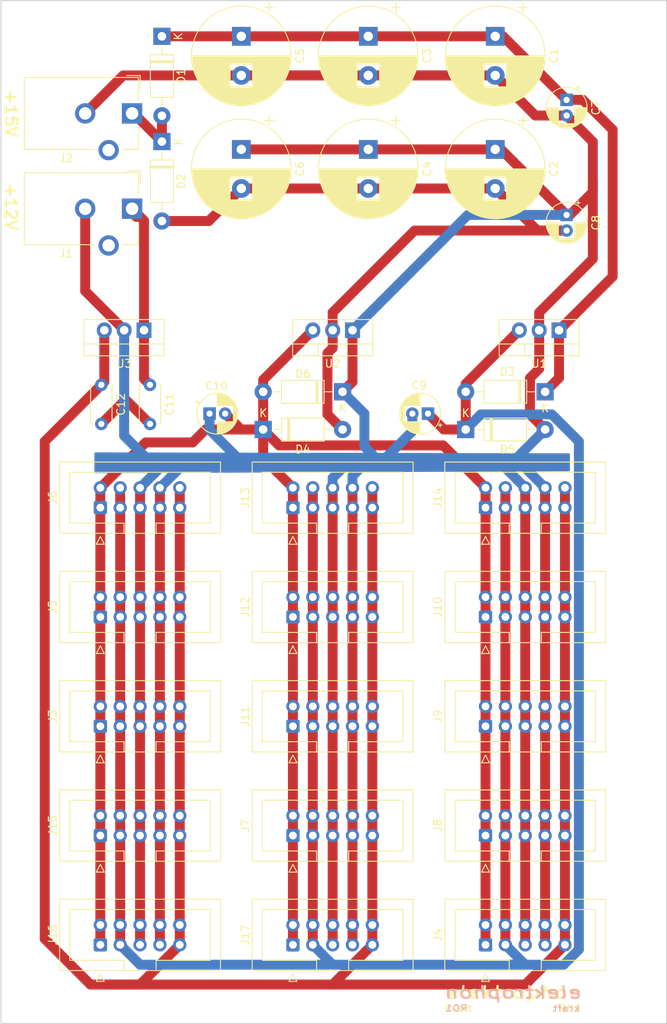
<source format=kicad_pcb>
(kicad_pcb (version 20221018) (generator pcbnew)
  (title_block (title "kraft") (date "2021-05-15") (rev "R01") (comment 1 "main circuit") (comment 2 "Wall Wart Power Supply (+15V/-15V/5V)") (comment 4 "License CC BY 4.0 - Attribution 4.0 International"))
  (layers (0 "F.Cu" signal) (31 "B.Cu" signal) (34 "B.Paste" user) (35 "F.Paste" user) (36 "B.SilkS" user "B.Silkscreen") (37 "F.SilkS" user "F.Silkscreen") (38 "B.Mask" user) (39 "F.Mask" user) (44 "Edge.Cuts" user))
  (net 0 "")
  (net 1 "-15V")
  (net 2 "+15V")
  (net 3 "+5V")
  (net 4 "+12V")
  (net 5 "15V_N")
  (net 6 "15V_AC")
  (net 9 "Net-(#FLG02-pwr)")
  (net 10 "Net-(#FLG03-pwr)")
  (footprint "Capacitor_THT:CP_Radial_D12.5mm_P5.00mm" (layer "F.Cu") (at 85.312 29.972 -90)
    (fp_text reference "C1" (at 2.5 -7.5 90) (layer "F.SilkS"))
    (fp_text value "3300uf")
    (pad "1" thru_hole rect (at 0 0 270) (size 2.4 2.4) (drill 1.2) (layers "*.Cu" "*.Mask") (net 9 "Net-(#FLG02-pwr)"))
    (pad "2" thru_hole circle (at 5 0 270) (size 2.4 2.4) (drill 1.2) (layers "*.Cu" "*.Mask") (net 5 "15V_N"))
  )
  (footprint "Capacitor_THT:CP_Radial_D12.5mm_P5.00mm" (layer "F.Cu") (at 85.312 44.434 -90)
    (fp_text reference "C2" (at 2.5 -7.5 90) (layer "F.SilkS"))
    (fp_text value "3300uf")
    (pad "1" thru_hole rect (at 0 0 270) (size 2.4 2.4) (drill 1.2) (layers "*.Cu" "*.Mask") (net 5 "15V_N"))
    (pad "2" thru_hole circle (at 5 0 270) (size 2.4 2.4) (drill 1.2) (layers "*.Cu" "*.Mask") (net 10 "Net-(#FLG03-pwr)"))
  )
  (footprint "Capacitor_THT:CP_Radial_D12.5mm_P5.00mm" (layer "F.Cu") (at 69.072 29.972 -90)
    (fp_text reference "C3" (at 2.5 -7.5 90) (layer "F.SilkS"))
    (fp_text value "3300uf")
    (pad "1" thru_hole rect (at 0 0 270) (size 2.4 2.4) (drill 1.2) (layers "*.Cu" "*.Mask") (net 9 "Net-(#FLG02-pwr)"))
    (pad "2" thru_hole circle (at 5 0 270) (size 2.4 2.4) (drill 1.2) (layers "*.Cu" "*.Mask") (net 5 "15V_N"))
  )
  (footprint "Capacitor_THT:CP_Radial_D12.5mm_P5.00mm" (layer "F.Cu") (at 69.072 44.434 -90)
    (fp_text reference "C4" (at 2.5 -7.5 90) (layer "F.SilkS"))
    (fp_text value "3300uf")
    (pad "1" thru_hole rect (at 0 0 270) (size 2.4 2.4) (drill 1.2) (layers "*.Cu" "*.Mask") (net 5 "15V_N"))
    (pad "2" thru_hole circle (at 5 0 270) (size 2.4 2.4) (drill 1.2) (layers "*.Cu" "*.Mask") (net 10 "Net-(#FLG03-pwr)"))
  )
  (footprint "Capacitor_THT:CP_Radial_D12.5mm_P5.00mm" (layer "F.Cu") (at 52.832 29.972 -90)
    (fp_text reference "C5" (at 2.5 -7.5 90) (layer "F.SilkS"))
    (fp_text value "3300uf")
    (pad "1" thru_hole rect (at 0 0 270) (size 2.4 2.4) (drill 1.2) (layers "*.Cu" "*.Mask") (net 9 "Net-(#FLG02-pwr)"))
    (pad "2" thru_hole circle (at 5 0 270) (size 2.4 2.4) (drill 1.2) (layers "*.Cu" "*.Mask") (net 5 "15V_N"))
  )
  (footprint "Capacitor_THT:CP_Radial_D12.5mm_P5.00mm" (layer "F.Cu") (at 52.832 44.434 -90)
    (fp_text reference "C6" (at 2.5 -7.5 90) (layer "F.SilkS"))
    (fp_text value "3300uf")
    (pad "1" thru_hole rect (at 0 0 270) (size 2.4 2.4) (drill 1.2) (layers "*.Cu" "*.Mask") (net 5 "15V_N"))
    (pad "2" thru_hole circle (at 5 0 270) (size 2.4 2.4) (drill 1.2) (layers "*.Cu" "*.Mask") (net 10 "Net-(#FLG03-pwr)"))
  )
  (footprint "Capacitor_THT:CP_Radial_D5.0mm_P2.00mm" (layer "F.Cu") (at 94.44 38.1 -90)
    (fp_text reference "C7" (at 1 -3.75 -90) (layer "F.SilkS"))
    (fp_text value "1uf")
    (pad "1" thru_hole rect (at 0 0 270) (size 1.6 1.6) (drill 0.8) (layers "*.Cu" "*.Mask") (net 9 "Net-(#FLG02-pwr)"))
    (pad "2" thru_hole circle (at 2 0 270) (size 1.6 1.6) (drill 0.8) (layers "*.Cu" "*.Mask") (net 5 "15V_N"))
  )
  (footprint "Capacitor_THT:CP_Radial_D5.0mm_P2.00mm" (layer "F.Cu") (at 94.44 52.816 -90)
    (fp_text reference "C8" (at 1 -3.75 -90) (layer "F.SilkS"))
    (fp_text value "1uf")
    (pad "1" thru_hole rect (at 0 0 270) (size 1.6 1.6) (drill 0.8) (layers "*.Cu" "*.Mask") (net 5 "15V_N"))
    (pad "2" thru_hole circle (at 2 0 270) (size 1.6 1.6) (drill 0.8) (layers "*.Cu" "*.Mask") (net 10 "Net-(#FLG03-pwr)"))
  )
  (footprint "Capacitor_THT:CP_Radial_D5.0mm_P2.00mm" (layer "F.Cu") (at 76.708 78.232 180)
    (fp_text reference "C9" (at 1.127 3.616) (layer "F.SilkS"))
    (fp_text value "1uF")
    (pad "1" thru_hole rect (at 0 0 180) (size 1.6 1.6) (drill 0.8) (layers "*.Cu" "*.Mask") (net 2 "+15V"))
    (pad "2" thru_hole circle (at 2 0 180) (size 1.6 1.6) (drill 0.8) (layers "*.Cu" "*.Mask") (net 5 "15V_N"))
  )
  (footprint "Capacitor_THT:CP_Radial_D5.0mm_P2.00mm" (layer "F.Cu") (at 48.768 78.232)
    (fp_text reference "C10" (at 0.889 -3.556) (layer "F.SilkS"))
    (fp_text value "1uF")
    (pad "1" thru_hole rect (at 0 0) (size 1.6 1.6) (drill 0.8) (layers "*.Cu" "*.Mask") (net 5 "15V_N"))
    (pad "2" thru_hole circle (at 2 0) (size 1.6 1.6) (drill 0.8) (layers "*.Cu" "*.Mask") (net 1 "-15V"))
  )
  (footprint "Capacitor_THT:C_Disc_D4.7mm_W2.5mm_P5.00mm" (layer "F.Cu") (at 41.148 74.549 -90)
    (fp_text reference "C11" (at 2.5 -2.5 90) (layer "F.SilkS"))
    (fp_text value "0.33")
    (pad "1" thru_hole circle (at 0 0 270) (size 1.6 1.6) (drill 0.8) (layers "*.Cu" "*.Mask") (net 4 "+12V"))
    (pad "2" thru_hole circle (at 5 0 270) (size 1.6 1.6) (drill 0.8) (layers "*.Cu" "*.Mask") (net 5 "15V_N"))
  )
  (footprint "Capacitor_THT:C_Disc_D4.7mm_W2.5mm_P5.00mm" (layer "F.Cu") (at 34.925 74.549 -90)
    (fp_text reference "C12" (at 2.5 -2.5 90) (layer "F.SilkS"))
    (fp_text value "0.1")
    (pad "1" thru_hole circle (at 0 0 270) (size 1.6 1.6) (drill 0.8) (layers "*.Cu" "*.Mask") (net 3 "+5V"))
    (pad "2" thru_hole circle (at 5 0 270) (size 1.6 1.6) (drill 0.8) (layers "*.Cu" "*.Mask") (net 5 "15V_N"))
  )
  (footprint "Diode_THT:D_DO-41_SOD81_P10.16mm_Horizontal" (layer "F.Cu") (at 42.672 29.972 -90)
    (fp_text reference "D1" (at 5.08 -2.47 90) (layer "F.SilkS"))
    (fp_text value "1N4004")
    (fp_text user "K" (at 0 -2.1 -90) (layer "F.SilkS"))
    (pad "1" thru_hole rect (at 0 0 270) (size 2.2 2.2) (drill 1.1) (layers "*.Cu" "*.Mask") (net 9 "Net-(#FLG02-pwr)"))
    (pad "2" thru_hole oval (at 10.16 0 270) (size 2.2 2.2) (drill 1.1) (layers "*.Cu" "*.Mask") (net 6 "15V_AC"))
  )
  (footprint "Diode_THT:D_DO-41_SOD81_P10.16mm_Horizontal" (layer "F.Cu") (at 42.672 43.434 -90)
    (fp_text reference "D2" (at 5.08 -2.47 90) (layer "F.SilkS"))
    (fp_text value "1N4004")
    (fp_text user "K" (at 0 -2.1 -90) (layer "F.SilkS"))
    (pad "1" thru_hole rect (at 0 0 270) (size 2.2 2.2) (drill 1.1) (layers "*.Cu" "*.Mask") (net 6 "15V_AC"))
    (pad "2" thru_hole oval (at 10.16 0 270) (size 2.2 2.2) (drill 1.1) (layers "*.Cu" "*.Mask") (net 10 "Net-(#FLG03-pwr)"))
  )
  (footprint "Diode_THT:D_DO-41_SOD81_P10.16mm_Horizontal" (layer "F.Cu") (at 91.694 75.438 180)
    (fp_text reference "D3" (at 4.826 2.54 180) (layer "F.SilkS"))
    (fp_text value "1N4004")
    (fp_text user "K" (at 0 -2.1 180) (layer "F.SilkS"))
    (pad "1" thru_hole rect (at 0 0 180) (size 2.2 2.2) (drill 1.1) (layers "*.Cu" "*.Mask") (net 9 "Net-(#FLG02-pwr)"))
    (pad "2" thru_hole oval (at 10.16 0 180) (size 2.2 2.2) (drill 1.1) (layers "*.Cu" "*.Mask") (net 2 "+15V"))
  )
  (footprint "Diode_THT:D_DO-41_SOD81_P10.16mm_Horizontal" (layer "F.Cu") (at 55.626 80.264)
    (fp_text reference "D4" (at 5.08 2.54) (layer "F.SilkS"))
    (fp_text value "1N4004")
    (fp_text user "K" (at 0 -2.1) (layer "F.SilkS"))
    (pad "1" thru_hole rect (at 0 0) (size 2.2 2.2) (drill 1.1) (layers "*.Cu" "*.Mask") (net 1 "-15V"))
    (pad "2" thru_hole oval (at 10.16 0) (size 2.2 2.2) (drill 1.1) (layers "*.Cu" "*.Mask") (net 10 "Net-(#FLG03-pwr)"))
  )
  (footprint "Diode_THT:D_DO-41_SOD81_P10.16mm_Horizontal" (layer "F.Cu") (at 81.534 80.264)
    (fp_text reference "D5" (at 5.334 2.54 180) (layer "F.SilkS"))
    (fp_text value "1N4004")
    (fp_text user "K" (at 0 -2.1) (layer "F.SilkS"))
    (pad "1" thru_hole rect (at 0 0) (size 2.2 2.2) (drill 1.1) (layers "*.Cu" "*.Mask") (net 2 "+15V"))
    (pad "2" thru_hole oval (at 10.16 0) (size 2.2 2.2) (drill 1.1) (layers "*.Cu" "*.Mask") (net 5 "15V_N"))
  )
  (footprint "Diode_THT:D_DO-41_SOD81_P10.16mm_Horizontal" (layer "F.Cu") (at 65.786 75.438 180)
    (fp_text reference "D6" (at 5.08 2.286) (layer "F.SilkS"))
    (fp_text value "1N4004")
    (fp_text user "K" (at 0 -2.1 180) (layer "F.SilkS"))
    (pad "1" thru_hole rect (at 0 0 180) (size 2.2 2.2) (drill 1.1) (layers "*.Cu" "*.Mask") (net 5 "15V_N"))
    (pad "2" thru_hole oval (at 10.16 0 180) (size 2.2 2.2) (drill 1.1) (layers "*.Cu" "*.Mask") (net 1 "-15V"))
  )
  (footprint "Package_TO_SOT_THT:TO-220-3_Vertical" (layer "F.Cu") (at 93.472 67.564 180)
    (fp_text reference "U1" (at 2.54 -4.27) (layer "F.SilkS"))
    (fp_text value "L7815")
    (pad "1" thru_hole rect (at 0 0 180) (size 1.905 2) (drill 1.1) (layers "*.Cu" "*.Mask") (net 9 "Net-(#FLG02-pwr)"))
    (pad "2" thru_hole oval (at 2.54 0 180) (size 1.905 2) (drill 1.1) (layers "*.Cu" "*.Mask") (net 5 "15V_N"))
    (pad "3" thru_hole oval (at 5.08 0 180) (size 1.905 2) (drill 1.1) (layers "*.Cu" "*.Mask") (net 2 "+15V"))
  )
  (footprint "Package_TO_SOT_THT:TO-220-3_Vertical" (layer "F.Cu") (at 67.056 67.564 180)
    (fp_text reference "U2" (at 2.54 -4.27) (layer "F.SilkS"))
    (fp_text value "L7915")
    (pad "1" thru_hole rect (at 0 0 180) (size 1.905 2) (drill 1.1) (layers "*.Cu" "*.Mask") (net 5 "15V_N"))
    (pad "2" thru_hole oval (at 2.54 0 180) (size 1.905 2) (drill 1.1) (layers "*.Cu" "*.Mask") (net 10 "Net-(#FLG03-pwr)"))
    (pad "3" thru_hole oval (at 5.08 0 180) (size 1.905 2) (drill 1.1) (layers "*.Cu" "*.Mask") (net 1 "-15V"))
  )
  (footprint "Package_TO_SOT_THT:TO-220-3_Vertical" (layer "F.Cu") (at 40.386 67.564 180)
    (fp_text reference "U3" (at 2.54 -4.27) (layer "F.SilkS"))
    (fp_text value "L7805")
    (pad "1" thru_hole rect (at 0 0 180) (size 1.905 2) (drill 1.1) (layers "*.Cu" "*.Mask") (net 4 "+12V"))
    (pad "2" thru_hole oval (at 2.54 0 180) (size 1.905 2) (drill 1.1) (layers "*.Cu" "*.Mask") (net 5 "15V_N"))
    (pad "3" thru_hole oval (at 5.08 0 180) (size 1.905 2) (drill 1.1) (layers "*.Cu" "*.Mask") (net 3 "+5V"))
  )
  (footprint "MountingHole:MountingHole_2.2mm_M2" (layer "F.Cu") (at 27.248 30.4)
    (fp_text reference "H1" hide)
    (fp_text value "MountingHole" hide)
    (pad "" np_thru_hole circle (at 0 0) (size 2.2 2.2) (drill 2.2) (layers "*.Cu" "*.Mask"))
  )
  (footprint "MountingHole:MountingHole_2.2mm_M2" (layer "F.Cu") (at 102.084 30.4 180)
    (fp_text reference "H2" hide)
    (fp_text value "MountingHole" hide)
    (pad "" np_thru_hole circle (at 0 0 180) (size 2.2 2.2) (drill 2.2) (layers "*.Cu" "*.Mask"))
  )
  (footprint "MountingHole:MountingHole_2.2mm_M2" (layer "F.Cu") (at 102.084 152.32)
    (fp_text reference "H3" hide)
    (fp_text value "MountingHole" hide)
    (pad "" np_thru_hole circle (at 0 0) (size 2.2 2.2) (drill 2.2) (layers "*.Cu" "*.Mask"))
  )
  (footprint "MountingHole:MountingHole_2.2mm_M2" (layer "F.Cu") (at 27.248 152.32)
    (fp_text reference "H4" hide)
    (fp_text value "MountingHole" hide)
    (pad "" np_thru_hole circle (at 0 0) (size 2.2 2.2) (drill 2.2) (layers "*.Cu" "*.Mask"))
  )
  (footprint "Connector_IDC:IDC-Header_2x05_P2.54mm_Vertical" (layer "F.Cu") (at 34.798 118.216 90)
    (fp_text reference "J3" (at 1.27 -6.1 90) (layer "F.SilkS"))
    (fp_text value "IDC Header")
    (pad "1" thru_hole roundrect (at 0 0 90) (size 1.7 1.7) (drill 1) (layers "*.Cu" "*.Mask") (roundrect_rratio 0.147059) (net 1 "-15V"))
    (pad "2" thru_hole circle (at 2.54 0 90) (size 1.7 1.7) (drill 1) (layers "*.Cu" "*.Mask") (net 1 "-15V"))
    (pad "3" thru_hole circle (at 0 2.54 90) (size 1.7 1.7) (drill 1) (layers "*.Cu" "*.Mask") (net 2 "+15V"))
    (pad "4" thru_hole circle (at 2.54 2.54 90) (size 1.7 1.7) (drill 1) (layers "*.Cu" "*.Mask") (net 2 "+15V"))
    (pad "5" thru_hole circle (at 0 5.08 90) (size 1.7 1.7) (drill 1) (layers "*.Cu" "*.Mask") (net 5 "15V_N"))
    (pad "6" thru_hole circle (at 2.54 5.08 90) (size 1.7 1.7) (drill 1) (layers "*.Cu" "*.Mask") (net 5 "15V_N"))
    (pad "7" thru_hole circle (at 0 7.62 90) (size 1.7 1.7) (drill 1) (layers "*.Cu" "*.Mask") (net 5 "15V_N"))
    (pad "8" thru_hole circle (at 2.54 7.62 90) (size 1.7 1.7) (drill 1) (layers "*.Cu" "*.Mask") (net 5 "15V_N"))
    (pad "9" thru_hole circle (at 0 10.16 90) (size 1.7 1.7) (drill 1) (layers "*.Cu" "*.Mask") (net 3 "+5V"))
    (pad "10" thru_hole circle (at 2.54 10.16 90) (size 1.7 1.7) (drill 1) (layers "*.Cu" "*.Mask") (net 3 "+5V"))
  )
  (footprint "Connector_IDC:IDC-Header_2x05_P2.54mm_Vertical" (layer "F.Cu") (at 84.068 146.176 90)
    (fp_text reference "J4" (at 1.27 -6.1 90) (layer "F.SilkS"))
    (fp_text value "IDC Header")
    (pad "1" thru_hole roundrect (at 0 0 90) (size 1.7 1.7) (drill 1) (layers "*.Cu" "*.Mask") (roundrect_rratio 0.147059) (net 1 "-15V"))
    (pad "2" thru_hole circle (at 2.54 0 90) (size 1.7 1.7) (drill 1) (layers "*.Cu" "*.Mask") (net 1 "-15V"))
    (pad "3" thru_hole circle (at 0 2.54 90) (size 1.7 1.7) (drill 1) (layers "*.Cu" "*.Mask") (net 2 "+15V"))
    (pad "4" thru_hole circle (at 2.54 2.54 90) (size 1.7 1.7) (drill 1) (layers "*.Cu" "*.Mask") (net 2 "+15V"))
    (pad "5" thru_hole circle (at 0 5.08 90) (size 1.7 1.7) (drill 1) (layers "*.Cu" "*.Mask") (net 5 "15V_N"))
    (pad "6" thru_hole circle (at 2.54 5.08 90) (size 1.7 1.7) (drill 1) (layers "*.Cu" "*.Mask") (net 5 "15V_N"))
    (pad "7" thru_hole circle (at 0 7.62 90) (size 1.7 1.7) (drill 1) (layers "*.Cu" "*.Mask") (net 5 "15V_N"))
    (pad "8" thru_hole circle (at 2.54 7.62 90) (size 1.7 1.7) (drill 1) (layers "*.Cu" "*.Mask") (net 5 "15V_N"))
    (pad "9" thru_hole circle (at 0 10.16 90) (size 1.7 1.7) (drill 1) (layers "*.Cu" "*.Mask") (net 3 "+5V"))
    (pad "10" thru_hole circle (at 2.54 10.16 90) (size 1.7 1.7) (drill 1) (layers "*.Cu" "*.Mask") (net 3 "+5V"))
  )
  (footprint "Connector_IDC:IDC-Header_2x05_P2.54mm_Vertical" (layer "F.Cu") (at 34.798 104.236 90)
    (fp_text reference "J5" (at 1.27 -6.1 90) (layer "F.SilkS"))
    (fp_text value "IDC Header")
    (pad "1" thru_hole roundrect (at 0 0 90) (size 1.7 1.7) (drill 1) (layers "*.Cu" "*.Mask") (roundrect_rratio 0.147059) (net 1 "-15V"))
    (pad "2" thru_hole circle (at 2.54 0 90) (size 1.7 1.7) (drill 1) (layers "*.Cu" "*.Mask") (net 1 "-15V"))
    (pad "3" thru_hole circle (at 0 2.54 90) (size 1.7 1.7) (drill 1) (layers "*.Cu" "*.Mask") (net 2 "+15V"))
    (pad "4" thru_hole circle (at 2.54 2.54 90) (size 1.7 1.7) (drill 1) (layers "*.Cu" "*.Mask") (net 2 "+15V"))
    (pad "5" thru_hole circle (at 0 5.08 90) (size 1.7 1.7) (drill 1) (layers "*.Cu" "*.Mask") (net 5 "15V_N"))
    (pad "6" thru_hole circle (at 2.54 5.08 90) (size 1.7 1.7) (drill 1) (layers "*.Cu" "*.Mask") (net 5 "15V_N"))
    (pad "7" thru_hole circle (at 0 7.62 90) (size 1.7 1.7) (drill 1) (layers "*.Cu" "*.Mask") (net 5 "15V_N"))
    (pad "8" thru_hole circle (at 2.54 7.62 90) (size 1.7 1.7) (drill 1) (layers "*.Cu" "*.Mask") (net 5 "15V_N"))
    (pad "9" thru_hole circle (at 0 10.16 90) (size 1.7 1.7) (drill 1) (layers "*.Cu" "*.Mask") (net 3 "+5V"))
    (pad "10" thru_hole circle (at 2.54 10.16 90) (size 1.7 1.7) (drill 1) (layers "*.Cu" "*.Mask") (net 3 "+5V"))
  )
  (footprint "Connector_IDC:IDC-Header_2x05_P2.54mm_Vertical" (layer "F.Cu") (at 34.798 90.256 90)
    (fp_text reference "J6" (at 1.27 -6.1 90) (layer "F.SilkS"))
    (fp_text value "IDC Header")
    (pad "1" thru_hole roundrect (at 0 0 90) (size 1.7 1.7) (drill 1) (layers "*.Cu" "*.Mask") (roundrect_rratio 0.147059) (net 1 "-15V"))
    (pad "2" thru_hole circle (at 2.54 0 90) (size 1.7 1.7) (drill 1) (layers "*.Cu" "*.Mask") (net 1 "-15V"))
    (pad "3" thru_hole circle (at 0 2.54 90) (size 1.7 1.7) (drill 1) (layers "*.Cu" "*.Mask") (net 2 "+15V"))
    (pad "4" thru_hole circle (at 2.54 2.54 90) (size 1.7 1.7) (drill 1) (layers "*.Cu" "*.Mask") (net 2 "+15V"))
    (pad "5" thru_hole circle (at 0 5.08 90) (size 1.7 1.7) (drill 1) (layers "*.Cu" "*.Mask") (net 5 "15V_N"))
    (pad "6" thru_hole circle (at 2.54 5.08 90) (size 1.7 1.7) (drill 1) (layers "*.Cu" "*.Mask") (net 5 "15V_N"))
    (pad "7" thru_hole circle (at 0 7.62 90) (size 1.7 1.7) (drill 1) (layers "*.Cu" "*.Mask") (net 5 "15V_N"))
    (pad "8" thru_hole circle (at 2.54 7.62 90) (size 1.7 1.7) (drill 1) (layers "*.Cu" "*.Mask") (net 5 "15V_N"))
    (pad "9" thru_hole circle (at 0 10.16 90) (size 1.7 1.7) (drill 1) (layers "*.Cu" "*.Mask") (net 3 "+5V"))
    (pad "10" thru_hole circle (at 2.54 10.16 90) (size 1.7 1.7) (drill 1) (layers "*.Cu" "*.Mask") (net 3 "+5V"))
  )
  (footprint "Connector_IDC:IDC-Header_2x05_P2.54mm_Vertical" (layer "F.Cu") (at 59.433 132.196 90)
    (fp_text reference "J7" (at 1.27 -6.1 90) (layer "F.SilkS"))
    (fp_text value "IDC Header")
    (pad "1" thru_hole roundrect (at 0 0 90) (size 1.7 1.7) (drill 1) (layers "*.Cu" "*.Mask") (roundrect_rratio 0.147059) (net 1 "-15V"))
    (pad "2" thru_hole circle (at 2.54 0 90) (size 1.7 1.7) (drill 1) (layers "*.Cu" "*.Mask") (net 1 "-15V"))
    (pad "3" thru_hole circle (at 0 2.54 90) (size 1.7 1.7) (drill 1) (layers "*.Cu" "*.Mask") (net 2 "+15V"))
    (pad "4" thru_hole circle (at 2.54 2.54 90) (size 1.7 1.7) (drill 1) (layers "*.Cu" "*.Mask") (net 2 "+15V"))
    (pad "5" thru_hole circle (at 0 5.08 90) (size 1.7 1.7) (drill 1) (layers "*.Cu" "*.Mask") (net 5 "15V_N"))
    (pad "6" thru_hole circle (at 2.54 5.08 90) (size 1.7 1.7) (drill 1) (layers "*.Cu" "*.Mask") (net 5 "15V_N"))
    (pad "7" thru_hole circle (at 0 7.62 90) (size 1.7 1.7) (drill 1) (layers "*.Cu" "*.Mask") (net 5 "15V_N"))
    (pad "8" thru_hole circle (at 2.54 7.62 90) (size 1.7 1.7) (drill 1) (layers "*.Cu" "*.Mask") (net 5 "15V_N"))
    (pad "9" thru_hole circle (at 0 10.16 90) (size 1.7 1.7) (drill 1) (layers "*.Cu" "*.Mask") (net 3 "+5V"))
    (pad "10" thru_hole circle (at 2.54 10.16 90) (size 1.7 1.7) (drill 1) (layers "*.Cu" "*.Mask") (net 3 "+5V"))
  )
  (footprint "Connector_IDC:IDC-Header_2x05_P2.54mm_Vertical" (layer "F.Cu") (at 84.068 132.196 90)
    (fp_text reference "J8" (at 1.27 -6.1 90) (layer "F.SilkS"))
    (fp_text value "IDC Header")
    (pad "1" thru_hole roundrect (at 0 0 90) (size 1.7 1.7) (drill 1) (layers "*.Cu" "*.Mask") (roundrect_rratio 0.147059) (net 1 "-15V"))
    (pad "2" thru_hole circle (at 2.54 0 90) (size 1.7 1.7) (drill 1) (layers "*.Cu" "*.Mask") (net 1 "-15V"))
    (pad "3" thru_hole circle (at 0 2.54 90) (size 1.7 1.7) (drill 1) (layers "*.Cu" "*.Mask") (net 2 "+15V"))
    (pad "4" thru_hole circle (at 2.54 2.54 90) (size 1.7 1.7) (drill 1) (layers "*.Cu" "*.Mask") (net 2 "+15V"))
    (pad "5" thru_hole circle (at 0 5.08 90) (size 1.7 1.7) (drill 1) (layers "*.Cu" "*.Mask") (net 5 "15V_N"))
    (pad "6" thru_hole circle (at 2.54 5.08 90) (size 1.7 1.7) (drill 1) (layers "*.Cu" "*.Mask") (net 5 "15V_N"))
    (pad "7" thru_hole circle (at 0 7.62 90) (size 1.7 1.7) (drill 1) (layers "*.Cu" "*.Mask") (net 5 "15V_N"))
    (pad "8" thru_hole circle (at 2.54 7.62 90) (size 1.7 1.7) (drill 1) (layers "*.Cu" "*.Mask") (net 5 "15V_N"))
    (pad "9" thru_hole circle (at 0 10.16 90) (size 1.7 1.7) (drill 1) (layers "*.Cu" "*.Mask") (net 3 "+5V"))
    (pad "10" thru_hole circle (at 2.54 10.16 90) (size 1.7 1.7) (drill 1) (layers "*.Cu" "*.Mask") (net 3 "+5V"))
  )
  (footprint "Connector_IDC:IDC-Header_2x05_P2.54mm_Vertical" (layer "F.Cu") (at 84.068 118.216 90)
    (fp_text reference "J9" (at 1.27 -6.1 90) (layer "F.SilkS"))
    (fp_text value "IDC Header")
    (pad "1" thru_hole roundrect (at 0 0 90) (size 1.7 1.7) (drill 1) (layers "*.Cu" "*.Mask") (roundrect_rratio 0.147059) (net 1 "-15V"))
    (pad "2" thru_hole circle (at 2.54 0 90) (size 1.7 1.7) (drill 1) (layers "*.Cu" "*.Mask") (net 1 "-15V"))
    (pad "3" thru_hole circle (at 0 2.54 90) (size 1.7 1.7) (drill 1) (layers "*.Cu" "*.Mask") (net 2 "+15V"))
    (pad "4" thru_hole circle (at 2.54 2.54 90) (size 1.7 1.7) (drill 1) (layers "*.Cu" "*.Mask") (net 2 "+15V"))
    (pad "5" thru_hole circle (at 0 5.08 90) (size 1.7 1.7) (drill 1) (layers "*.Cu" "*.Mask") (net 5 "15V_N"))
    (pad "6" thru_hole circle (at 2.54 5.08 90) (size 1.7 1.7) (drill 1) (layers "*.Cu" "*.Mask") (net 5 "15V_N"))
    (pad "7" thru_hole circle (at 0 7.62 90) (size 1.7 1.7) (drill 1) (layers "*.Cu" "*.Mask") (net 5 "15V_N"))
    (pad "8" thru_hole circle (at 2.54 7.62 90) (size 1.7 1.7) (drill 1) (layers "*.Cu" "*.Mask") (net 5 "15V_N"))
    (pad "9" thru_hole circle (at 0 10.16 90) (size 1.7 1.7) (drill 1) (layers "*.Cu" "*.Mask") (net 3 "+5V"))
    (pad "10" thru_hole circle (at 2.54 10.16 90) (size 1.7 1.7) (drill 1) (layers "*.Cu" "*.Mask") (net 3 "+5V"))
  )
  (footprint "Connector_IDC:IDC-Header_2x05_P2.54mm_Vertical" (layer "F.Cu") (at 84.068 104.236 90)
    (fp_text reference "J10" (at 1.27 -6.1 90) (layer "F.SilkS"))
    (fp_text value "IDC Header")
    (pad "1" thru_hole roundrect (at 0 0 90) (size 1.7 1.7) (drill 1) (layers "*.Cu" "*.Mask") (roundrect_rratio 0.147059) (net 1 "-15V"))
    (pad "2" thru_hole circle (at 2.54 0 90) (size 1.7 1.7) (drill 1) (layers "*.Cu" "*.Mask") (net 1 "-15V"))
    (pad "3" thru_hole circle (at 0 2.54 90) (size 1.7 1.7) (drill 1) (layers "*.Cu" "*.Mask") (net 2 "+15V"))
    (pad "4" thru_hole circle (at 2.54 2.54 90) (size 1.7 1.7) (drill 1) (layers "*.Cu" "*.Mask") (net 2 "+15V"))
    (pad "5" thru_hole circle (at 0 5.08 90) (size 1.7 1.7) (drill 1) (layers "*.Cu" "*.Mask") (net 5 "15V_N"))
    (pad "6" thru_hole circle (at 2.54 5.08 90) (size 1.7 1.7) (drill 1) (layers "*.Cu" "*.Mask") (net 5 "15V_N"))
    (pad "7" thru_hole circle (at 0 7.62 90) (size 1.7 1.7) (drill 1) (layers "*.Cu" "*.Mask") (net 5 "15V_N"))
    (pad "8" thru_hole circle (at 2.54 7.62 90) (size 1.7 1.7) (drill 1) (layers "*.Cu" "*.Mask") (net 5 "15V_N"))
    (pad "9" thru_hole circle (at 0 10.16 90) (size 1.7 1.7) (drill 1) (layers "*.Cu" "*.Mask") (net 3 "+5V"))
    (pad "10" thru_hole circle (at 2.54 10.16 90) (size 1.7 1.7) (drill 1) (layers "*.Cu" "*.Mask") (net 3 "+5V"))
  )
  (footprint "Connector_IDC:IDC-Header_2x05_P2.54mm_Vertical" (layer "F.Cu") (at 59.433 118.216 90)
    (fp_text reference "J11" (at 1.27 -6.1 90) (layer "F.SilkS"))
    (fp_text value "IDC Header")
    (pad "1" thru_hole roundrect (at 0 0 90) (size 1.7 1.7) (drill 1) (layers "*.Cu" "*.Mask") (roundrect_rratio 0.147059) (net 1 "-15V"))
    (pad "2" thru_hole circle (at 2.54 0 90) (size 1.7 1.7) (drill 1) (layers "*.Cu" "*.Mask") (net 1 "-15V"))
    (pad "3" thru_hole circle (at 0 2.54 90) (size 1.7 1.7) (drill 1) (layers "*.Cu" "*.Mask") (net 2 "+15V"))
    (pad "4" thru_hole circle (at 2.54 2.54 90) (size 1.7 1.7) (drill 1) (layers "*.Cu" "*.Mask") (net 2 "+15V"))
    (pad "5" thru_hole circle (at 0 5.08 90) (size 1.7 1.7) (drill 1) (layers "*.Cu" "*.Mask") (net 5 "15V_N"))
    (pad "6" thru_hole circle (at 2.54 5.08 90) (size 1.7 1.7) (drill 1) (layers "*.Cu" "*.Mask") (net 5 "15V_N"))
    (pad "7" thru_hole circle (at 0 7.62 90) (size 1.7 1.7) (drill 1) (layers "*.Cu" "*.Mask") (net 5 "15V_N"))
    (pad "8" thru_hole circle (at 2.54 7.62 90) (size 1.7 1.7) (drill 1) (layers "*.Cu" "*.Mask") (net 5 "15V_N"))
    (pad "9" thru_hole circle (at 0 10.16 90) (size 1.7 1.7) (drill 1) (layers "*.Cu" "*.Mask") (net 3 "+5V"))
    (pad "10" thru_hole circle (at 2.54 10.16 90) (size 1.7 1.7) (drill 1) (layers "*.Cu" "*.Mask") (net 3 "+5V"))
  )
  (footprint "Connector_IDC:IDC-Header_2x05_P2.54mm_Vertical" (layer "F.Cu") (at 59.433 104.236 90)
    (fp_text reference "J12" (at 1.27 -6.1 90) (layer "F.SilkS"))
    (fp_text value "IDC Header")
    (pad "1" thru_hole roundrect (at 0 0 90) (size 1.7 1.7) (drill 1) (layers "*.Cu" "*.Mask") (roundrect_rratio 0.147059) (net 1 "-15V"))
    (pad "2" thru_hole circle (at 2.54 0 90) (size 1.7 1.7) (drill 1) (layers "*.Cu" "*.Mask") (net 1 "-15V"))
    (pad "3" thru_hole circle (at 0 2.54 90) (size 1.7 1.7) (drill 1) (layers "*.Cu" "*.Mask") (net 2 "+15V"))
    (pad "4" thru_hole circle (at 2.54 2.54 90) (size 1.7 1.7) (drill 1) (layers "*.Cu" "*.Mask") (net 2 "+15V"))
    (pad "5" thru_hole circle (at 0 5.08 90) (size 1.7 1.7) (drill 1) (layers "*.Cu" "*.Mask") (net 5 "15V_N"))
    (pad "6" thru_hole circle (at 2.54 5.08 90) (size 1.7 1.7) (drill 1) (layers "*.Cu" "*.Mask") (net 5 "15V_N"))
    (pad "7" thru_hole circle (at 0 7.62 90) (size 1.7 1.7) (drill 1) (layers "*.Cu" "*.Mask") (net 5 "15V_N"))
    (pad "8" thru_hole circle (at 2.54 7.62 90) (size 1.7 1.7) (drill 1) (layers "*.Cu" "*.Mask") (net 5 "15V_N"))
    (pad "9" thru_hole circle (at 0 10.16 90) (size 1.7 1.7) (drill 1) (layers "*.Cu" "*.Mask") (net 3 "+5V"))
    (pad "10" thru_hole circle (at 2.54 10.16 90) (size 1.7 1.7) (drill 1) (layers "*.Cu" "*.Mask") (net 3 "+5V"))
  )
  (footprint "Connector_IDC:IDC-Header_2x05_P2.54mm_Vertical" (layer "F.Cu") (at 59.433 90.256 90)
    (fp_text reference "J13" (at 1.27 -6.1 90) (layer "F.SilkS"))
    (fp_text value "IDC Header")
    (pad "1" thru_hole roundrect (at 0 0 90) (size 1.7 1.7) (drill 1) (layers "*.Cu" "*.Mask") (roundrect_rratio 0.147059) (net 1 "-15V"))
    (pad "2" thru_hole circle (at 2.54 0 90) (size 1.7 1.7) (drill 1) (layers "*.Cu" "*.Mask") (net 1 "-15V"))
    (pad "3" thru_hole circle (at 0 2.54 90) (size 1.7 1.7) (drill 1) (layers "*.Cu" "*.Mask") (net 2 "+15V"))
    (pad "4" thru_hole circle (at 2.54 2.54 90) (size 1.7 1.7) (drill 1) (layers "*.Cu" "*.Mask") (net 2 "+15V"))
    (pad "5" thru_hole circle (at 0 5.08 90) (size 1.7 1.7) (drill 1) (layers "*.Cu" "*.Mask") (net 5 "15V_N"))
    (pad "6" thru_hole circle (at 2.54 5.08 90) (size 1.7 1.7) (drill 1) (layers "*.Cu" "*.Mask") (net 5 "15V_N"))
    (pad "7" thru_hole circle (at 0 7.62 90) (size 1.7 1.7) (drill 1) (layers "*.Cu" "*.Mask") (net 5 "15V_N"))
    (pad "8" thru_hole circle (at 2.54 7.62 90) (size 1.7 1.7) (drill 1) (layers "*.Cu" "*.Mask") (net 5 "15V_N"))
    (pad "9" thru_hole circle (at 0 10.16 90) (size 1.7 1.7) (drill 1) (layers "*.Cu" "*.Mask") (net 3 "+5V"))
    (pad "10" thru_hole circle (at 2.54 10.16 90) (size 1.7 1.7) (drill 1) (layers "*.Cu" "*.Mask") (net 3 "+5V"))
  )
  (footprint "Connector_IDC:IDC-Header_2x05_P2.54mm_Vertical" (layer "F.Cu") (at 84.068 90.256 90)
    (fp_text reference "J14" (at 1.27 -6.1 90) (layer "F.SilkS"))
    (fp_text value "IDC Header")
    (pad "1" thru_hole roundrect (at 0 0 90) (size 1.7 1.7) (drill 1) (layers "*.Cu" "*.Mask") (roundrect_rratio 0.147059) (net 1 "-15V"))
    (pad "2" thru_hole circle (at 2.54 0 90) (size 1.7 1.7) (drill 1) (layers "*.Cu" "*.Mask") (net 1 "-15V"))
    (pad "3" thru_hole circle (at 0 2.54 90) (size 1.7 1.7) (drill 1) (layers "*.Cu" "*.Mask") (net 2 "+15V"))
    (pad "4" thru_hole circle (at 2.54 2.54 90) (size 1.7 1.7) (drill 1) (layers "*.Cu" "*.Mask") (net 2 "+15V"))
    (pad "5" thru_hole circle (at 0 5.08 90) (size 1.7 1.7) (drill 1) (layers "*.Cu" "*.Mask") (net 5 "15V_N"))
    (pad "6" thru_hole circle (at 2.54 5.08 90) (size 1.7 1.7) (drill 1) (layers "*.Cu" "*.Mask") (net 5 "15V_N"))
    (pad "7" thru_hole circle (at 0 7.62 90) (size 1.7 1.7) (drill 1) (layers "*.Cu" "*.Mask") (net 5 "15V_N"))
    (pad "8" thru_hole circle (at 2.54 7.62 90) (size 1.7 1.7) (drill 1) (layers "*.Cu" "*.Mask") (net 5 "15V_N"))
    (pad "9" thru_hole circle (at 0 10.16 90) (size 1.7 1.7) (drill 1) (layers "*.Cu" "*.Mask") (net 3 "+5V"))
    (pad "10" thru_hole circle (at 2.54 10.16 90) (size 1.7 1.7) (drill 1) (layers "*.Cu" "*.Mask") (net 3 "+5V"))
  )
  (footprint "Connector_IDC:IDC-Header_2x05_P2.54mm_Vertical" (layer "F.Cu") (at 34.798 132.196 90)
    (fp_text reference "J15" (at 1.27 -6.1 90) (layer "F.SilkS"))
    (fp_text value "IDC Header")
    (pad "1" thru_hole roundrect (at 0 0 90) (size 1.7 1.7) (drill 1) (layers "*.Cu" "*.Mask") (roundrect_rratio 0.147059) (net 1 "-15V"))
    (pad "2" thru_hole circle (at 2.54 0 90) (size 1.7 1.7) (drill 1) (layers "*.Cu" "*.Mask") (net 1 "-15V"))
    (pad "3" thru_hole circle (at 0 2.54 90) (size 1.7 1.7) (drill 1) (layers "*.Cu" "*.Mask") (net 2 "+15V"))
    (pad "4" thru_hole circle (at 2.54 2.54 90) (size 1.7 1.7) (drill 1) (layers "*.Cu" "*.Mask") (net 2 "+15V"))
    (pad "5" thru_hole circle (at 0 5.08 90) (size 1.7 1.7) (drill 1) (layers "*.Cu" "*.Mask") (net 5 "15V_N"))
    (pad "6" thru_hole circle (at 2.54 5.08 90) (size 1.7 1.7) (drill 1) (layers "*.Cu" "*.Mask") (net 5 "15V_N"))
    (pad "7" thru_hole circle (at 0 7.62 90) (size 1.7 1.7) (drill 1) (layers "*.Cu" "*.Mask") (net 5 "15V_N"))
    (pad "8" thru_hole circle (at 2.54 7.62 90) (size 1.7 1.7) (drill 1) (layers "*.Cu" "*.Mask") (net 5 "15V_N"))
    (pad "9" thru_hole circle (at 0 10.16 90) (size 1.7 1.7) (drill 1) (layers "*.Cu" "*.Mask") (net 3 "+5V"))
    (pad "10" thru_hole circle (at 2.54 10.16 90) (size 1.7 1.7) (drill 1) (layers "*.Cu" "*.Mask") (net 3 "+5V"))
  )
  (footprint "Connector_IDC:IDC-Header_2x05_P2.54mm_Vertical" (layer "F.Cu") (at 34.798 146.176 90)
    (fp_text reference "J16" (at 1.27 -6.1 90) (layer "F.SilkS"))
    (fp_text value "IDC Header")
    (pad "1" thru_hole roundrect (at 0 0 90) (size 1.7 1.7) (drill 1) (layers "*.Cu" "*.Mask") (roundrect_rratio 0.147059) (net 1 "-15V"))
    (pad "2" thru_hole circle (at 2.54 0 90) (size 1.7 1.7) (drill 1) (layers "*.Cu" "*.Mask") (net 1 "-15V"))
    (pad "3" thru_hole circle (at 0 2.54 90) (size 1.7 1.7) (drill 1) (layers "*.Cu" "*.Mask") (net 2 "+15V"))
    (pad "4" thru_hole circle (at 2.54 2.54 90) (size 1.7 1.7) (drill 1) (layers "*.Cu" "*.Mask") (net 2 "+15V"))
    (pad "5" thru_hole circle (at 0 5.08 90) (size 1.7 1.7) (drill 1) (layers "*.Cu" "*.Mask") (net 5 "15V_N"))
    (pad "6" thru_hole circle (at 2.54 5.08 90) (size 1.7 1.7) (drill 1) (layers "*.Cu" "*.Mask") (net 5 "15V_N"))
    (pad "7" thru_hole circle (at 0 7.62 90) (size 1.7 1.7) (drill 1) (layers "*.Cu" "*.Mask") (net 5 "15V_N"))
    (pad "8" thru_hole circle (at 2.54 7.62 90) (size 1.7 1.7) (drill 1) (layers "*.Cu" "*.Mask") (net 5 "15V_N"))
    (pad "9" thru_hole circle (at 0 10.16 90) (size 1.7 1.7) (drill 1) (layers "*.Cu" "*.Mask") (net 3 "+5V"))
    (pad "10" thru_hole circle (at 2.54 10.16 90) (size 1.7 1.7) (drill 1) (layers "*.Cu" "*.Mask") (net 3 "+5V"))
  )
  (footprint "Connector_IDC:IDC-Header_2x05_P2.54mm_Vertical" (layer "F.Cu") (at 59.433 146.176 90)
    (fp_text reference "J17" (at 1.27 -6.1 90) (layer "F.SilkS"))
    (fp_text value "IDC Header")
    (pad "1" thru_hole roundrect (at 0 0 90) (size 1.7 1.7) (drill 1) (layers "*.Cu" "*.Mask") (roundrect_rratio 0.147059) (net 1 "-15V"))
    (pad "2" thru_hole circle (at 2.54 0 90) (size 1.7 1.7) (drill 1) (layers "*.Cu" "*.Mask") (net 1 "-15V"))
    (pad "3" thru_hole circle (at 0 2.54 90) (size 1.7 1.7) (drill 1) (layers "*.Cu" "*.Mask") (net 2 "+15V"))
    (pad "4" thru_hole circle (at 2.54 2.54 90) (size 1.7 1.7) (drill 1) (layers "*.Cu" "*.Mask") (net 2 "+15V"))
    (pad "5" thru_hole circle (at 0 5.08 90) (size 1.7 1.7) (drill 1) (layers "*.Cu" "*.Mask") (net 5 "15V_N"))
    (pad "6" thru_hole circle (at 2.54 5.08 90) (size 1.7 1.7) (drill 1) (layers "*.Cu" "*.Mask") (net 5 "15V_N"))
    (pad "7" thru_hole circle (at 0 7.62 90) (size 1.7 1.7) (drill 1) (layers "*.Cu" "*.Mask") (net 5 "15V_N"))
    (pad "8" thru_hole circle (at 2.54 7.62 90) (size 1.7 1.7) (drill 1) (layers "*.Cu" "*.Mask") (net 5 "15V_N"))
    (pad "9" thru_hole circle (at 0 10.16 90) (size 1.7 1.7) (drill 1) (layers "*.Cu" "*.Mask") (net 3 "+5V"))
    (pad "10" thru_hole circle (at 2.54 10.16 90) (size 1.7 1.7) (drill 1) (layers "*.Cu" "*.Mask") (net 3 "+5V"))
  )
  (footprint "Connector_BarrelJack:BarrelJack_CUI_PJ-102AH_Horizontal" (layer "F.Cu") (at 38.862 52.022 -90)
    (fp_text reference "J1" (at 5.75 8.45) (layer "F.SilkS"))
    (fp_text value "PJ-102AH")
    (pad "1" thru_hole rect (at 0 0 270) (size 2.6 2.6) (drill 1.6) (layers "*.Cu" "*.Mask") (net 4 "+12V"))
    (pad "2" thru_hole circle (at 0 6 270) (size 2.6 2.6) (drill 1.6) (layers "*.Cu" "*.Mask") (net 5 "15V_N"))
    (pad "3" thru_hole circle (at 4.7 3 270) (size 2.6 2.6) (drill 1.6) (layers "*.Cu" "*.Mask"))
  )
  (footprint "Connector_BarrelJack:BarrelJack_CUI_PJ-102AH_Horizontal" (layer "F.Cu") (at 38.862 39.83 -90)
    (fp_text reference "J2" (at 5.75 8.45) (layer "F.SilkS"))
    (fp_text value "PJ-102AH")
    (pad "1" thru_hole rect (at 0 0 270) (size 2.6 2.6) (drill 1.6) (layers "*.Cu" "*.Mask") (net 6 "15V_AC"))
    (pad "2" thru_hole circle (at 0 6 270) (size 2.6 2.6) (drill 1.6) (layers "*.Cu" "*.Mask") (net 5 "15V_N"))
    (pad "3" thru_hole circle (at 4.7 3 270) (size 2.6 2.6) (drill 1.6) (layers "*.Cu" "*.Mask"))
  )
  (footprint "elektrophon:elektrophon logo" (layer "F.Cu") (at 87.63 153.288)
    (fp_text reference "REF**" hide)
    (fp_text value "elektrophon logo" hide)
    (fp_text user "R01" (at -8.83 1) (layer "B.SilkS") (effects (font (size 0.8 1)) (justify right mirror)))
    (fp_text user "elektrophon" (at 0 -1.016) (layer "B.SilkS") (effects (font (size 1.5 2) (thickness 0.3) italic) (justify mirror)))
    (fp_text user "kraft" (at 8.62 1.02) (layer "B.SilkS") (effects (font (size 0.8 1)) (justify left mirror)))
    (fp_text user "kraft" (at -8.88 1) (layer "F.SilkS") (effects (font (size 0.8 1)) (justify left)))
    (fp_text user "R01" (at 8.8 1.02) (layer "F.SilkS") (effects (font (size 0.8 1)) (justify right)))
    (fp_text user "elektrophon" (at 0 -1.016) (layer "F.SilkS") (effects (font (size 1.5 2) (thickness 0.3) italic)))
  )
  (gr_line (start 22.098 156.24) (end 22.098 25.4) (stroke (width 0.12)) (layer "Edge.Cuts"))
  (gr_line (start 107.234 25.4) (end 107.234 156.24) (stroke (width 0.12)) (layer "Edge.Cuts"))
  (gr_line (start 107.234 156.24) (end 22.098 156.24) (stroke (width 0.12)) (layer "Edge.Cuts"))
  (gr_line (start 22.098 25.4) (end 107.234 25.4) (stroke (width 0.12)) (layer "Edge.Cuts"))
  (gr_text "+12V" (at 23.368 51.768 270) (layer "F.SilkS") (effects (font (size 1.5 1.5) (thickness 0.3))))
  (gr_text "+15V" (at 23.368 39.83 270) (layer "F.SilkS") (effects (font (size 1.5 1.5) (thickness 0.3))))
  (segment (start 55.626 80.264) (end 52.8 80.264) (width 1.27) (layer "F.Cu") (net 1))
  (segment (start 55.626 80.264) (end 48.26 80.264) (width 1.27) (layer "F.Cu") (net 1))
  (segment (start 46.609 81.915) (end 48.26 80.264) (width 1.27) (layer "F.Cu") (net 1))
  (segment (start 57.658 82.296) (end 78.648 82.296) (width 1.27) (layer "F.Cu") (net 1))
  (segment (start 40.599 81.915) (end 46.609 81.915) (width 1.27) (layer "F.Cu") (net 1))
  (segment (start 55.626 75.438) (end 55.626 73.914) (width 1.27) (layer "F.Cu") (net 1))
  (segment (start 55.626 80.264) (end 55.626 75.438) (width 1.27) (layer "F.Cu") (net 1))
  (segment (start 59.433 146.176) (end 59.433 87.716) (width 1.27) (layer "F.Cu") (net 1))
  (segment (start 55.626 73.914) (end 61.976 67.564) (width 1.27) (layer "F.Cu") (net 1))
  (segment (start 55.626 83.909) (end 59.433 87.716) (width 1.27) (layer "F.Cu") (net 1))
  (segment (start 84.068 87.716) (end 84.068 146.176) (width 1.27) (layer "F.Cu") (net 1))
  (segment (start 52.8 80.264) (end 50.768 78.232) (width 1.27) (layer "F.Cu") (net 1))
  (segment (start 78.648 82.296) (end 84.068 87.716) (width 1.27) (layer "F.Cu") (net 1))
  (segment (start 34.798 87.716) (end 40.599 81.915) (width 1.27) (layer "F.Cu") (net 1))
  (segment (start 55.626 80.264) (end 57.658 82.296) (width 1.27) (layer "F.Cu") (net 1))
  (segment (start 34.798 87.716) (end 34.798 146.176) (width 1.27) (layer "F.Cu") (net 1))
  (segment (start 55.626 80.264) (end 55.626 83.909) (width 1.27) (layer "F.Cu") (net 1))
  (segment (start 81.534 74.422) (end 88.392 67.564) (width 1.27) (layer "F.Cu") (net 2))
  (segment (start 61.973 87.716) (end 61.973 146.176) (width 1.27) (layer "F.Cu") (net 2))
  (segment (start 37.338 146.176) (end 37.338 87.716) (width 1.27) (layer "F.Cu") (net 2))
  (segment (start 81.534 80.264) (end 78.74 80.264) (width 1.27) (layer "F.Cu") (net 2))
  (segment (start 81.534 75.438) (end 81.534 74.422) (width 1.27) (layer "F.Cu") (net 2))
  (segment (start 86.608 146.176) (end 86.608 87.716) (width 1.27) (layer "F.Cu") (net 2))
  (segment (start 81.534 80.264) (end 81.534 76.454) (width 1.27) (layer "F.Cu") (net 2))
  (segment (start 78.74 80.264) (end 76.708 78.232) (width 1.27) (layer "F.Cu") (net 2))
  (segment (start 96.012 146.77495) (end 96.012 81.788) (width 1.27) (layer "B.Cu") (net 2))
  (segment (start 39.878 148.716) (end 37.338 146.176) (width 1.27) (layer "B.Cu") (net 2))
  (segment (start 83.469 78.329) (end 81.534 80.264) (width 1.27) (layer "B.Cu") (net 2))
  (segment (start 92.553 78.329) (end 83.469 78.329) (width 1.27) (layer "B.Cu") (net 2))
  (segment (start 64.513 148.716) (end 86.868 148.716) (width 1.27) (layer "B.Cu") (net 2))
  (segment (start 96.012 81.788) (end 92.553 78.329) (width 1.27) (layer "B.Cu") (net 2))
  (segment (start 86.868 148.716) (end 94.07095 148.716) (width 1.27) (layer "B.Cu") (net 2))
  (segment (start 86.868 148.716) (end 89.148 148.716) (width 1.27) (layer "B.Cu") (net 2))
  (segment (start 64.008 148.716) (end 39.878 148.716) (width 1.27) (layer "B.Cu") (net 2))
  (segment (start 94.07095 148.716) (end 96.012 146.77495) (width 1.27) (layer "B.Cu") (net 2))
  (segment (start 89.148 148.716) (end 86.608 146.176) (width 1.27) (layer "B.Cu") (net 2))
  (segment (start 64.513 148.716) (end 61.973 146.176) (width 1.27) (layer "B.Cu") (net 2))
  (segment (start 27.686 81.788) (end 27.686 145.414) (width 1.27) (layer "F.Cu") (net 3))
  (segment (start 35.306 67.564) (end 35.306 74.168) (width 1.27) (layer "F.Cu") (net 3))
  (segment (start 36.068 151.256) (end 39.878 151.256) (width 1.27) (layer "F.Cu") (net 3))
  (segment (start 36.068 151.256) (end 89.148 151.256) (width 1.27) (layer "F.Cu") (net 3))
  (segment (start 69.593 146.176) (end 69.593 87.716) (width 1.27) (layer "F.Cu") (net 3))
  (segment (start 44.958 87.716) (end 44.958 146.176) (width 1.27) (layer "F.Cu") (net 3))
  (segment (start 27.686 145.414) (end 33.528 151.256) (width 1.27) (layer "F.Cu") (net 3))
  (segment (start 94.228 87.716) (end 94.228 146.176) (width 1.27) (layer "F.Cu") (net 3))
  (segment (start 35.306 74.168) (end 34.925 74.549) (width 1.27) (layer "F.Cu") (net 3))
  (segment (start 64.513 151.256) (end 69.593 146.176) (width 1.27) (layer "F.Cu") (net 3))
  (segment (start 39.878 151.256) (end 44.958 146.176) (width 1.27) (layer "F.Cu") (net 3))
  (segment (start 89.148 151.256) (end 94.228 146.176) (width 1.27) (layer "F.Cu") (net 3))
  (segment (start 34.925 74.549) (end 27.686 81.788) (width 1.27) (layer "F.Cu") (net 3))
  (segment (start 33.528 151.256) (end 36.068 151.256) (width 1.27) (layer "F.Cu") (net 3))
  (segment (start 40.386 53.546) (end 40.386 67.564) (width 1.27) (layer "F.Cu") (net 4))
  (segment (start 38.608 52.276) (end 38.862 52.022) (width 1.27) (layer "F.Cu") (net 4))
  (segment (start 40.386 73.787) (end 41.148 74.549) (width 1.27) (layer "F.Cu") (net 4))
  (segment (start 38.862 52.022) (end 40.386 53.546) (width 1.27) (layer "F.Cu") (net 4))
  (segment (start 40.386 67.564) (end 40.386 73.787) (width 1.27) (layer "F.Cu") (net 4))
  (segment (start 39.374 53.038) (end 39.40901 53.07301) (width 1.27) (layer "F.Cu") (net 4))
  (segment (start 39.878 87.716) (end 39.878 146.176) (width 1.27) (layer "F.Cu") (net 5))
  (segment (start 97.79 58.436) (end 97.79 48.514) (width 1.27) (layer "F.Cu") (net 5))
  (segment (start 42.418 146.176) (end 42.418 87.716) (width 1.27) (layer "F.Cu") (net 5))
  (segment (start 90.932 67.564) (end 90.932 72.496998) (width 1.27) (layer "F.Cu") (net 5))
  (segment (start 52.832 34.972) (end 67.975002 34.972) (width 1.27) (layer "F.Cu") (net 5))
  (segment (start 37.846 67.564) (end 37.846 76.628) (width 1.27) (layer "F.Cu") (net 5))
  (segment (start 90.932 72.496998) (end 89.758999 73.669999) (width 1.27) (layer "F.Cu") (net 5))
  (segment (start 90.44 40.1) (end 94.44 40.1) (width 1.27) (layer "F.Cu") (net 5))
  (segment (start 52.832 34.972) (end 83.312 34.972) (width 1.27) (layer "F.Cu") (net 5))
  (segment (start 65.786 75.438) (end 67.056 74.168) (width 1.27) (layer "F.Cu") (net 5))
  (segment (start 34.925 79.549) (end 37.846 76.628) (width 1.27) (layer "F.Cu") (net 5))
  (segment (start 37.72 34.972) (end 32.862 39.83) (width 1.27) (layer "F.Cu") (net 5))
  (segment (start 37.973 76.374) (end 41.148 79.549) (width 1.27) (layer "F.Cu") (net 5))
  (segment (start 32.862 52.022) (end 32.862 62.54458) (width 1.27) (layer "F.Cu") (net 5))
  (segment (start 89.758999 73.669999) (end 89.758999 78.328999) (width 1.27) (layer "F.Cu") (net 5))
  (segment (start 90.932 65.294) (end 90.932 67.564) (width 1.27) (layer "F.Cu") (net 5))
  (segment (start 97.79 43.45) (end 94.44 40.1) (width 1.27) (layer "F.Cu") (net 5))
  (segment (start 32.862 62.54458) (end 37.846 67.52858) (width 1.27) (layer "F.Cu") (net 5))
  (segment (start 85.312 34.972) (end 90.44 40.1) (width 1.27) (layer "F.Cu") (net 5))
  (segment (start 67.975002 34.972) (end 85.312 34.972) (width 1.27) (layer "F.Cu") (net 5))
  (segment (start 91.688 146.176) (end 91.688 87.716) (width 1.27) (layer "F.Cu") (net 5))
  (segment (start 97.79 49.885802) (end 97.79 48.514) (width 1.27) (layer "F.Cu") (net 5))
  (segment (start 37.846 67.52858) (end 37.846 67.564) (width 1.27) (layer "F.Cu") (net 5))
  (segment (start 97.79 48.514) (end 97.79 43.45) (width 1.27) (layer "F.Cu") (net 5))
  (segment (start 89.758999 78.328999) (end 91.694 80.264) (width 1.27) (layer "F.Cu") (net 5))
  (segment (start 94.44 52.816) (end 94.859802 52.816) (width 1.27) (layer "F.Cu") (net 5))
  (segment (start 89.148 87.716) (end 89.148 146.176) (width 1.27) (layer "F.Cu") (net 5))
  (segment (start 67.053 87.716) (end 67.053 146.176) (width 1.27) (layer "F.Cu") (net 5))
  (segment (start 97.79 58.436) (end 90.932 65.294) (width 1.27) (layer "F.Cu") (net 5))
  (segment (start 64.513 146.176) (end 64.513 87.716) (width 1.27) (layer "F.Cu") (net 5))
  (segment (start 52.832 34.972) (end 37.72 34.972) (width 1.27) (layer "F.Cu") (net 5))
  (segment (start 52.832 44.434) (end 86.058 44.434) (width 1.27) (layer "F.Cu") (net 5))
  (segment (start 86.058 44.434) (end 94.44 52.816) (width 1.27) (layer "F.Cu") (net 5))
  (segment (start 67.056 74.168) (end 67.056 67.564) (width 1.27) (layer "F.Cu") (net 5))
  (segment (start 94.859802 52.816) (end 97.79 49.885802) (width 1.27) (layer "F.Cu") (net 5))
  (segment (start 85.903 84.471) (end 84.883 84.471) (width 1.27) (layer "B.Cu") (net 5))
  (segment (start 67.053 86.204) (end 68.786 84.471) (width 1.27) (layer "B.Cu") (net 5))
  (segment (start 67.053 87.716) (end 67.053 86.204) (width 1.27) (layer "B.Cu") (net 5))
  (segment (start 68.786 84.471) (end 70.342 84.471) (width 1.27) (layer "B.Cu") (net 5))
  (segment (start 89.148 87.716) (end 85.903 84.471) (width 1.27) (layer "B.Cu") (net 5))
  (segment (start 85.423 84.471) (end 90.852 84.471) (width 1.27) (layer "B.Cu") (net 5))
  (segment (start 37.846 81.058) (end 40.624 83.836) (width 1.27) (layer "B.Cu") (net 5))
  (segment (start 64.513 87.716) (end 64.513 86.458) (width 1.27) (layer "B.Cu") (net 5))
  (segment (start 66.5 84.471) (end 68.151 84.471) (width 1.27) (layer "B.Cu") (net 5))
  (segment (start 68.58 78.232) (end 68.58 82.455) (width 1.27) (layer "B.Cu") (net 5))
  (segment (start 48.768 80.302) (end 52.937 84.471) (width 1.27) (layer "B.Cu") (net 5))
  (segment (start 39.878 87.716) (end 42.672 84.922) (width 1.27) (layer "B.Cu") (net 5))
  (segment (start 68.151 84.471) (end 64.373 84.471) (width 1.27) (layer "B.Cu") (net 5))
  (segment (start 81.804 52.816) (end 67.056 67.564) (width 1.27) (layer "B.Cu") (net 5))
  (segment (start 88.443 84.471) (end 88.217 84.471) (width 1.27) (layer "B.Cu") (net 5))
  (segment (start 74.708 80.486) (end 70.723 84.471) (width 1.27) (layer "B.Cu") (net 5))
  (segment (start 41.259 84.471) (end 48.149 84.471) (width 1.27) (layer "B.Cu") (net 5))
  (segment (start 89.148 84.64) (end 88.979 84.471) (width 1.27) (layer "B.Cu") (net 5))
  (segment (start 54.937 84.471) (end 64.373 84.471) (width 1.27) (layer "B.Cu") (net 5))
  (segment (start 88.217 84.471) (end 84.883 84.471) (width 1.27) (layer "B.Cu") (net 5))
  (segment (start 91.694 80.264) (end 87.487 84.471) (width 1.27) (layer "B.Cu") (net 5))
  (segment (start 42.672 84.922) (end 42.504 84.922) (width 1.27) (layer "B.Cu") (net 5))
  (segment (start 65.786 75.438) (end 68.58 78.232) (width 1.27) (layer "B.Cu") (net 5))
  (segment (start 40.624 83.836) (end 41.259 84.471) (width 1.27) (layer "B.Cu") (net 5))
  (segment (start 45.101 85.033) (end 45.101 84.471) (width 1.27) (layer "B.Cu") (net 5))
  (segment (start 90.852 84.471) (end 88.217 84.471) (width 1.27) (layer "B.Cu") (net 5))
  (segment (start 81.804 52.816) (end 94.44 52.816) (width 1.27) (layer "B.Cu") (net 5))
  (segment (start 37.846 67.564) (end 37.846 81.058) (width 1.27) (layer "B.Cu") (net 5))
  (segment (start 91.688 87.716) (end 88.443 84.471) (width 1.27) (layer "B.Cu") (net 5))
  (segment (start 48.768 78.232) (end 48.768 80.302) (width 1.27) (layer "B.Cu") (net 5))
  (segment (start 42.418 87.716) (end 45.101 85.033) (width 1.27) (layer "B.Cu") (net 5))
  (segment (start 67.167 84.471) (end 70.342 84.471) (width 1.27) (layer "B.Cu") (net 5))
  (segment (start 74.708 78.232) (end 74.708 80.486) (width 1.27) (layer "B.Cu") (net 5))
  (segment (start 45.101 84.471) (end 48.149 84.471) (width 1.27) (layer "B.Cu") (net 5))
  (segment (start 68.58 82.455) (end 70.596 84.471) (width 1.27) (layer "B.Cu") (net 5))
  (segment (start 64.513 86.458) (end 66.5 84.471) (width 1.27) (layer "B.Cu") (net 5))
  (segment (start 67.053 84.585) (end 67.167 84.471) (width 1.27) (layer "B.Cu") (net 5))
  (segment (start 39.068 39.83) (end 42.672 43.434) (width 1.27) (layer "F.Cu") (net 6))
  (segment (start 42.672 43.434) (end 42.672 40.132) (width 1.27) (layer "F.Cu") (net 6))
  (segment (start 38.862 39.83) (end 39.068 39.83) (width 1.27) (layer "F.Cu") (net 6))
  (segment (start 93.472 73.66) (end 93.472 67.564) (width 1.27) (layer "F.Cu") (net 9))
  (segment (start 42.672 29.972) (end 86.312 29.972) (width 1.27) (layer "F.Cu") (net 9))
  (segment (start 100.33 41.92) (end 96.51 38.1) (width 1.27) (layer "F.Cu") (net 9))
  (segment (start 100.33 60.706) (end 100.33 41.92) (width 1.27) (layer "F.Cu") (net 9))
  (segment (start 86.312 29.972) (end 94.44 38.1) (width 1.27) (layer "F.Cu") (net 9))
  (segment (start 96.51 38.1) (end 94.44 38.1) (width 1.27) (layer "F.Cu") (net 9))
  (segment (start 91.694 75.438) (end 93.472 73.66) (width 1.27) (layer "F.Cu") (net 9))
  (segment (start 100.33 60.706) (end 93.472 67.564) (width 1.27) (layer "F.Cu") (net 9))
  (segment (start 63.850999 78.328999) (end 65.786 80.264) (width 1.27) (layer "F.Cu") (net 10))
  (segment (start 90.694 54.816) (end 94.44 54.816) (width 1.27) (layer "F.Cu") (net 10))
  (segment (start 52.832 49.434) (end 85.312 49.434) (width 1.27) (layer "F.Cu") (net 10))
  (segment (start 74.994 54.816) (end 94.44 54.816) (width 1.27) (layer "F.Cu") (net 10))
  (segment (start 64.516 67.564) (end 64.516 69.834) (width 1.27) (layer "F.Cu") (net 10))
  (segment (start 85.312 49.434) (end 90.694 54.816) (width 1.27) (layer "F.Cu") (net 10))
  (segment (start 63.850999 70.499001) (end 63.850999 78.328999) (width 1.27) (layer "F.Cu") (net 10))
  (segment (start 42.672 53.594) (end 48.672 53.594) (width 1.27) (layer "F.Cu") (net 10))
  (segment (start 48.672 53.594) (end 52.832 49.434) (width 1.27) (layer "F.Cu") (net 10))
  (segment (start 64.516 69.834) (end 63.850999 70.499001) (width 1.27) (layer "F.Cu") (net 10))
  (segment (start 74.994 54.816) (end 64.516 65.294) (width 1.27) (layer "F.Cu") (net 10))
  (segment (start 64.516 65.294) (end 64.516 67.564) (width 1.27) (layer "F.Cu") (net 10))
  (zone (net 5) (net_name "15V_N") (layer "B.Cu") (connect_pads (clearance 0.508)) (min_thickness 0.254) (fill yes (thermal_gap 0.508) (thermal_bridge_width 0.508))
    (polygon (pts (xy 96.52 85.598) (xy 34.036 85.852) (xy 34.036 83.185) (xy 96.52 83.312)))
  )
)
</source>
